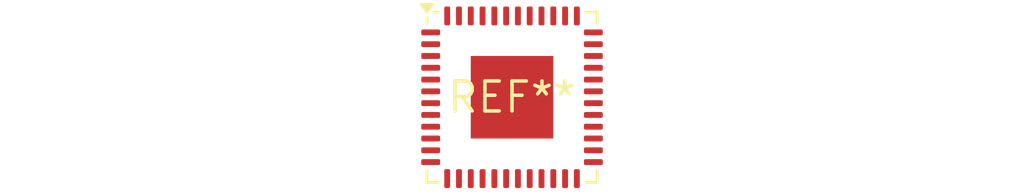
<source format=kicad_pcb>
(kicad_pcb (version 20240108) (generator pcbnew)
  (layers (0 "F.Cu" signal) (31 "B.Cu" signal) (34 "B.Paste" user) (35 "F.Paste" user) (36 "B.SilkS" user "B.Silkscreen") (37 "F.SilkS" user "F.Silkscreen") (38 "B.Mask" user) (39 "F.Mask" user) (44 "Edge.Cuts" user))
  (net 0 "")
  (footprint "QFN-48-1EP_7x7mm_P0.5mm_EP3.5x3.5mm" (layer "F.Cu") (at 0 0)
    (property "Reference" "REF**")
    (property "Value" "QFN-48-1EP_7x7mm_P0.5mm_EP3.5x3.5mm")
    (fp_line (start -3.61 -3.135) (end -3.61 -3.37) (layer "F.SilkS") (stroke (width 0.12)))
    (fp_line (start -3.61 3.61) (end -3.61 3.135) (layer "F.SilkS") (stroke (width 0.12)))
    (fp_line (start -3.135 -3.61) (end -3.31 -3.61) (layer "F.SilkS") (stroke (width 0.12)))
    (fp_line (start -3.135 3.61) (end -3.61 3.61) (layer "F.SilkS") (stroke (width 0.12)))
    (fp_line (start 3.135 -3.61) (end 3.61 -3.61) (layer "F.SilkS") (stroke (width 0.12)))
    (fp_line (start 3.135 3.61) (end 3.61 3.61) (layer "F.SilkS") (stroke (width 0.12)))
    (fp_line (start 3.61 -3.61) (end 3.61 -3.135) (layer "F.SilkS") (stroke (width 0.12)))
    (fp_line (start 3.61 3.61) (end 3.61 3.135) (layer "F.SilkS") (stroke (width 0.12)))
    (fp_poly (pts (xy -3.61 -3.61) (xy -3.85 -3.94) (xy -3.37 -3.94) (xy -3.61 -3.61)) (layer "F.SilkS") (stroke (width 0.12)) (fill solid))
    (pad "1" smd roundrect (at -3.45 -2.75) (size 0.8 0.25) (layers "F.Cu" "F.Paste" "F.Mask"))
    (pad "2" smd roundrect (at -3.45 -2.25) (size 0.8 0.25) (layers "F.Cu" "F.Paste" "F.Mask"))
    (pad "3" smd roundrect (at -3.45 -1.75) (size 0.8 0.25) (layers "F.Cu" "F.Paste" "F.Mask"))
    (pad "4" smd roundrect (at -3.45 -1.25) (size 0.8 0.25) (layers "F.Cu" "F.Paste" "F.Mask"))
    (pad "5" smd roundrect (at -3.45 -0.75) (size 0.8 0.25) (layers "F.Cu" "F.Paste" "F.Mask"))
    (pad "6" smd roundrect (at -3.45 -0.25) (size 0.8 0.25) (layers "F.Cu" "F.Paste" "F.Mask"))
    (pad "7" smd roundrect (at -3.45 0.25) (size 0.8 0.25) (layers "F.Cu" "F.Paste" "F.Mask"))
    (pad "8" smd roundrect (at -3.45 0.75) (size 0.8 0.25) (layers "F.Cu" "F.Paste" "F.Mask"))
    (pad "9" smd roundrect (at -3.45 1.25) (size 0.8 0.25) (layers "F.Cu" "F.Paste" "F.Mask"))
    (pad "10" smd roundrect (at -3.45 1.75) (size 0.8 0.25) (layers "F.Cu" "F.Paste" "F.Mask"))
    (pad "11" smd roundrect (at -3.45 2.25) (size 0.8 0.25) (layers "F.Cu" "F.Paste" "F.Mask"))
    (pad "12" smd roundrect (at -3.45 2.75) (size 0.8 0.25) (layers "F.Cu" "F.Paste" "F.Mask"))
    (pad "13" smd roundrect (at -2.75 3.45) (size 0.25 0.8) (layers "F.Cu" "F.Paste" "F.Mask"))
    (pad "14" smd roundrect (at -2.25 3.45) (size 0.25 0.8) (layers "F.Cu" "F.Paste" "F.Mask"))
    (pad "15" smd roundrect (at -1.75 3.45) (size 0.25 0.8) (layers "F.Cu" "F.Paste" "F.Mask"))
    (pad "16" smd roundrect (at -1.25 3.45) (size 0.25 0.8) (layers "F.Cu" "F.Paste" "F.Mask"))
    (pad "17" smd roundrect (at -0.75 3.45) (size 0.25 0.8) (layers "F.Cu" "F.Paste" "F.Mask"))
    (pad "18" smd roundrect (at -0.25 3.45) (size 0.25 0.8) (layers "F.Cu" "F.Paste" "F.Mask"))
    (pad "19" smd roundrect (at 0.25 3.45) (size 0.25 0.8) (layers "F.Cu" "F.Paste" "F.Mask"))
    (pad "20" smd roundrect (at 0.75 3.45) (size 0.25 0.8) (layers "F.Cu" "F.Paste" "F.Mask"))
    (pad "21" smd roundrect (at 1.25 3.45) (size 0.25 0.8) (layers "F.Cu" "F.Paste" "F.Mask"))
    (pad "22" smd roundrect (at 1.75 3.45) (size 0.25 0.8) (layers "F.Cu" "F.Paste" "F.Mask"))
    (pad "23" smd roundrect (at 2.25 3.45) (size 0.25 0.8) (layers "F.Cu" "F.Paste" "F.Mask"))
    (pad "24" smd roundrect (at 2.75 3.45) (size 0.25 0.8) (layers "F.Cu" "F.Paste" "F.Mask"))
    (pad "25" smd roundrect (at 3.45 2.75) (size 0.8 0.25) (layers "F.Cu" "F.Paste" "F.Mask"))
    (pad "26" smd roundrect (at 3.45 2.25) (size 0.8 0.25) (layers "F.Cu" "F.Paste" "F.Mask"))
    (pad "27" smd roundrect (at 3.45 1.75) (size 0.8 0.25) (layers "F.Cu" "F.Paste" "F.Mask"))
    (pad "28" smd roundrect (at 3.45 1.25) (size 0.8 0.25) (layers "F.Cu" "F.Paste" "F.Mask"))
    (pad "29" smd roundrect (at 3.45 0.75) (size 0.8 0.25) (layers "F.Cu" "F.Paste" "F.Mask"))
    (pad "30" smd roundrect (at 3.45 0.25) (size 0.8 0.25) (layers "F.Cu" "F.Paste" "F.Mask"))
    (pad "31" smd roundrect (at 3.45 -0.25) (size 0.8 0.25) (layers "F.Cu" "F.Paste" "F.Mask"))
    (pad "32" smd roundrect (at 3.45 -0.75) (size 0.8 0.25) (layers "F.Cu" "F.Paste" "F.Mask"))
    (pad "33" smd roundrect (at 3.45 -1.25) (size 0.8 0.25) (layers "F.Cu" "F.Paste" "F.Mask"))
    (pad "34" smd roundrect (at 3.45 -1.75) (size 0.8 0.25) (layers "F.Cu" "F.Paste" "F.Mask"))
    (pad "35" smd roundrect (at 3.45 -2.25) (size 0.8 0.25) (layers "F.Cu" "F.Paste" "F.Mask"))
    (pad "36" smd roundrect (at 3.45 -2.75) (size 0.8 0.25) (layers "F.Cu" "F.Paste" "F.Mask"))
    (pad "37" smd roundrect (at 2.75 -3.45) (size 0.25 0.8) (layers "F.Cu" "F.Paste" "F.Mask"))
    (pad "38" smd roundrect (at 2.25 -3.45) (size 0.25 0.8) (layers "F.Cu" "F.Paste" "F.Mask"))
    (pad "39" smd roundrect (at 1.75 -3.45) (size 0.25 0.8) (layers "F.Cu" "F.Paste" "F.Mask"))
    (pad "40" smd roundrect (at 1.25 -3.45) (size 0.25 0.8) (layers "F.Cu" "F.Paste" "F.Mask"))
    (pad "41" smd roundrect (at 0.75 -3.45) (size 0.25 0.8) (layers "F.Cu" "F.Paste" "F.Mask"))
    (pad "42" smd roundrect (at 0.25 -3.45) (size 0.25 0.8) (layers "F.Cu" "F.Paste" "F.Mask"))
    (pad "43" smd roundrect (at -0.25 -3.45) (size 0.25 0.8) (layers "F.Cu" "F.Paste" "F.Mask"))
    (pad "44" smd roundrect (at -0.75 -3.45) (size 0.25 0.8) (layers "F.Cu" "F.Paste" "F.Mask"))
    (pad "45" smd roundrect (at -1.25 -3.45) (size 0.25 0.8) (layers "F.Cu" "F.Paste" "F.Mask"))
    (pad "46" smd roundrect (at -1.75 -3.45) (size 0.25 0.8) (layers "F.Cu" "F.Paste" "F.Mask"))
    (pad "47" smd roundrect (at -2.25 -3.45) (size 0.25 0.8) (layers "F.Cu" "F.Paste" "F.Mask"))
    (pad "48" smd roundrect (at -2.75 -3.45) (size 0.25 0.8) (layers "F.Cu" "F.Paste" "F.Mask"))
    (pad "49" smd rect (at 0 0) (size 3.5 3.5) (property pad_prop_heatsink) (layers "F.Cu" "F.Mask"))
  )
)
</source>
